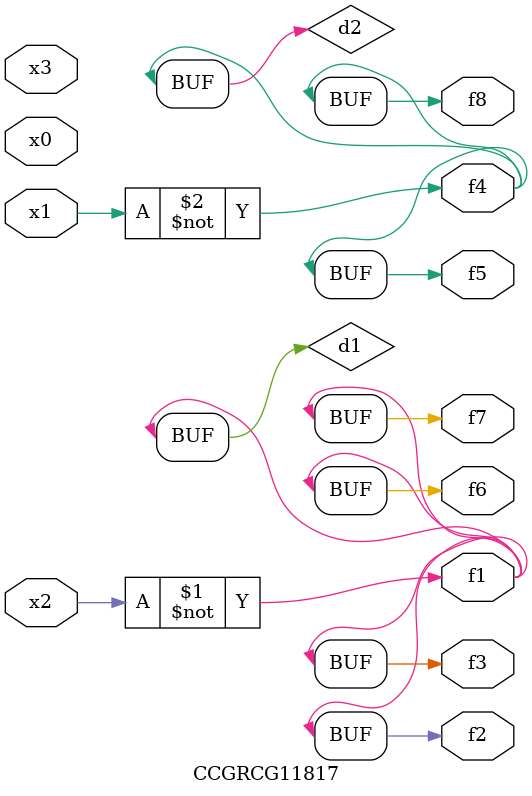
<source format=v>
module CCGRCG11817(
	input x0, x1, x2, x3,
	output f1, f2, f3, f4, f5, f6, f7, f8
);

	wire d1, d2;

	xnor (d1, x2);
	not (d2, x1);
	assign f1 = d1;
	assign f2 = d1;
	assign f3 = d1;
	assign f4 = d2;
	assign f5 = d2;
	assign f6 = d1;
	assign f7 = d1;
	assign f8 = d2;
endmodule

</source>
